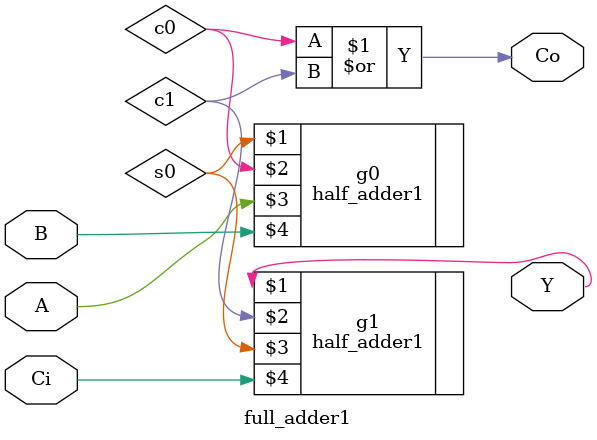
<source format=v>
module full_adder1(Y, Co, A, B, Ci);
	
	output Y, Co;
	input A, B, Ci;
	
	wire s0, c0, c1;
	
	half_adder1 g0(s0, c0, A, B);
	half_adder1 g1(Y, c1, s0, Ci);
	or g2(Co, c0, c1);
	
endmodule 
</source>
